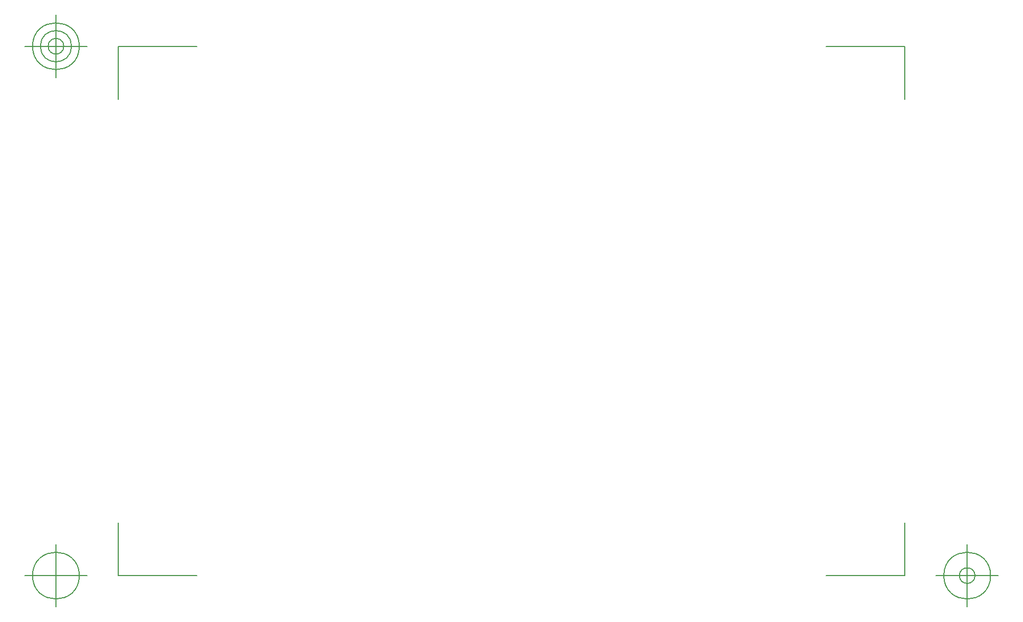
<source format=gbr>
G04 Generated by Ultiboard 13.0 *
%FSLAX25Y25*%
%MOIN*%

%ADD10C,0.00001*%
%ADD11C,0.00500*%


G04 ColorRGB FF14FF for the following layer *
%LNSilkscreen Bottom*%
%LPD*%
G54D10*
G54D11*
X-2600Y41800D02*
X-2600Y75220D01*
X-2600Y41800D02*
X47070Y41800D01*
X494100Y41800D02*
X444430Y41800D01*
X494100Y41800D02*
X494100Y75220D01*
X494100Y376000D02*
X494100Y342580D01*
X494100Y376000D02*
X444430Y376000D01*
X-2600Y376000D02*
X47070Y376000D01*
X-2600Y376000D02*
X-2600Y342580D01*
X-22285Y41800D02*
X-61655Y41800D01*
X-41970Y22115D02*
X-41970Y61485D01*
X-56734Y41800D02*
G75*
D01*
G02X-56734Y41800I14764J0*
G01*
X513785Y41800D02*
X553155Y41800D01*
X533470Y22115D02*
X533470Y61485D01*
X518706Y41800D02*
G75*
D01*
G02X518706Y41800I14764J0*
G01*
X528549Y41800D02*
G75*
D01*
G02X528549Y41800I4921J0*
G01*
X-22285Y376000D02*
X-61655Y376000D01*
X-41970Y356315D02*
X-41970Y395685D01*
X-56734Y376000D02*
G75*
D01*
G02X-56734Y376000I14764J0*
G01*
X-51813Y376000D02*
G75*
D01*
G02X-51813Y376000I9843J0*
G01*
X-46891Y376000D02*
G75*
D01*
G02X-46891Y376000I4921J0*
G01*

M02*

</source>
